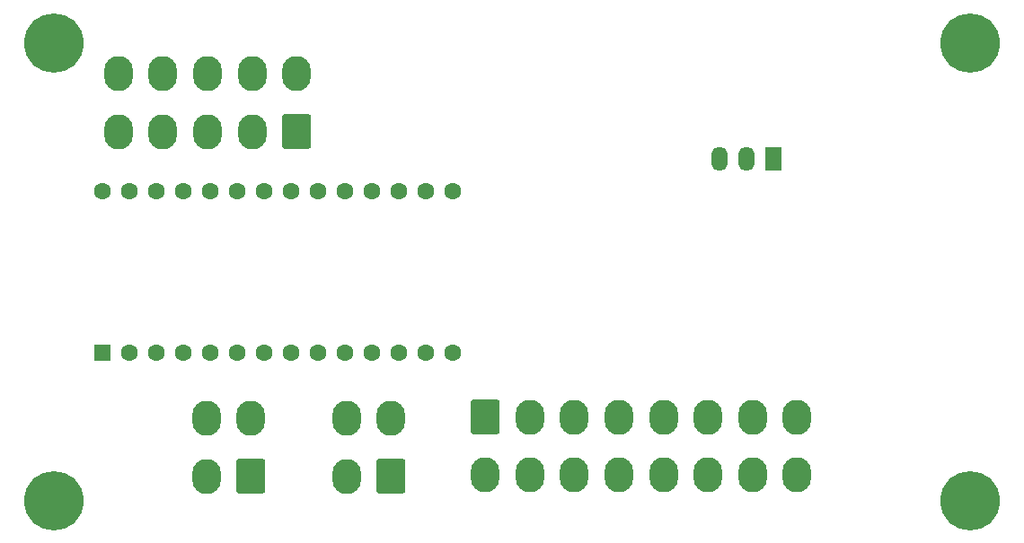
<source format=gbr>
%TF.GenerationSoftware,KiCad,Pcbnew,5.1.9+dfsg1-1*%
%TF.CreationDate,2021-05-17T21:51:48+02:00*%
%TF.ProjectId,JoeMBMS,4a6f654d-424d-4532-9e6b-696361645f70,rev?*%
%TF.SameCoordinates,Original*%
%TF.FileFunction,Soldermask,Bot*%
%TF.FilePolarity,Negative*%
%FSLAX46Y46*%
G04 Gerber Fmt 4.6, Leading zero omitted, Abs format (unit mm)*
G04 Created by KiCad (PCBNEW 5.1.9+dfsg1-1) date 2021-05-17 21:51:48*
%MOMM*%
%LPD*%
G01*
G04 APERTURE LIST*
%ADD10C,5.600000*%
%ADD11R,1.600000X1.600000*%
%ADD12C,1.600000*%
%ADD13O,2.700000X3.300000*%
%ADD14R,1.500000X2.300000*%
%ADD15O,1.500000X2.300000*%
G04 APERTURE END LIST*
D10*
%TO.C,REF\u002A\u002A*%
X130810000Y-158750000D03*
%TD*%
%TO.C,REF\u002A\u002A*%
X130810000Y-115570000D03*
%TD*%
%TO.C,REF\u002A\u002A*%
X217170000Y-115570000D03*
%TD*%
%TO.C,REF\u002A\u002A*%
X217170000Y-158750000D03*
%TD*%
D11*
%TO.C,U1*%
X135382000Y-144780000D03*
D12*
X137922000Y-144780000D03*
X140462000Y-144780000D03*
X143002000Y-144780000D03*
X145542000Y-144780000D03*
X148082000Y-144780000D03*
X150622000Y-144780000D03*
X153162000Y-144780000D03*
X155702000Y-144780000D03*
X158242000Y-144780000D03*
X160782000Y-144780000D03*
X163322000Y-144780000D03*
X165862000Y-144780000D03*
X135382000Y-129540000D03*
X137922000Y-129540000D03*
X140462000Y-129540000D03*
X143002000Y-129540000D03*
X145542000Y-129540000D03*
X148082000Y-129540000D03*
X150622000Y-129540000D03*
X153162000Y-129540000D03*
X155702000Y-129540000D03*
X158242000Y-129540000D03*
X160782000Y-129540000D03*
X163322000Y-129540000D03*
X165862000Y-129540000D03*
X168402000Y-144780000D03*
X168402000Y-129540000D03*
%TD*%
D13*
%TO.C,J1*%
X145152000Y-150964000D03*
X149352000Y-150964000D03*
X145152000Y-156464000D03*
G36*
G01*
X150702000Y-155064001D02*
X150702000Y-157863999D01*
G75*
G02*
X150451999Y-158114000I-250001J0D01*
G01*
X148252001Y-158114000D01*
G75*
G02*
X148002000Y-157863999I0J250001D01*
G01*
X148002000Y-155064001D01*
G75*
G02*
X148252001Y-154814000I250001J0D01*
G01*
X150451999Y-154814000D01*
G75*
G02*
X150702000Y-155064001I0J-250001D01*
G01*
G37*
%TD*%
%TO.C,J2*%
G36*
G01*
X163910000Y-155064001D02*
X163910000Y-157863999D01*
G75*
G02*
X163659999Y-158114000I-250001J0D01*
G01*
X161460001Y-158114000D01*
G75*
G02*
X161210000Y-157863999I0J250001D01*
G01*
X161210000Y-155064001D01*
G75*
G02*
X161460001Y-154814000I250001J0D01*
G01*
X163659999Y-154814000D01*
G75*
G02*
X163910000Y-155064001I0J-250001D01*
G01*
G37*
X158360000Y-156464000D03*
X162560000Y-150964000D03*
X158360000Y-150964000D03*
%TD*%
%TO.C,J4*%
G36*
G01*
X170100000Y-152275999D02*
X170100000Y-149476001D01*
G75*
G02*
X170350001Y-149226000I250001J0D01*
G01*
X172549999Y-149226000D01*
G75*
G02*
X172800000Y-149476001I0J-250001D01*
G01*
X172800000Y-152275999D01*
G75*
G02*
X172549999Y-152526000I-250001J0D01*
G01*
X170350001Y-152526000D01*
G75*
G02*
X170100000Y-152275999I0J250001D01*
G01*
G37*
X175650000Y-150876000D03*
X179850000Y-150876000D03*
X184050000Y-150876000D03*
X188250000Y-150876000D03*
X192450000Y-150876000D03*
X196650000Y-150876000D03*
X200850000Y-150876000D03*
X171450000Y-156376000D03*
X175650000Y-156376000D03*
X179850000Y-156376000D03*
X184050000Y-156376000D03*
X188250000Y-156376000D03*
X192450000Y-156376000D03*
X196650000Y-156376000D03*
X200850000Y-156376000D03*
%TD*%
%TO.C,J5*%
G36*
G01*
X155020000Y-122552001D02*
X155020000Y-125351999D01*
G75*
G02*
X154769999Y-125602000I-250001J0D01*
G01*
X152570001Y-125602000D01*
G75*
G02*
X152320000Y-125351999I0J250001D01*
G01*
X152320000Y-122552001D01*
G75*
G02*
X152570001Y-122302000I250001J0D01*
G01*
X154769999Y-122302000D01*
G75*
G02*
X155020000Y-122552001I0J-250001D01*
G01*
G37*
X149470000Y-123952000D03*
X145270000Y-123952000D03*
X141070000Y-123952000D03*
X136870000Y-123952000D03*
X153670000Y-118452000D03*
X149470000Y-118452000D03*
X145270000Y-118452000D03*
X141070000Y-118452000D03*
X136870000Y-118452000D03*
%TD*%
D14*
%TO.C,U3*%
X198628000Y-126492000D03*
D15*
X196088000Y-126492000D03*
X193548000Y-126492000D03*
%TD*%
M02*

</source>
